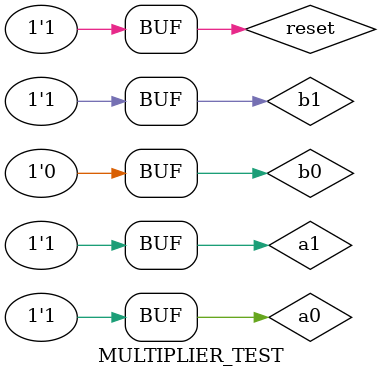
<source format=v>
`timescale 1ns / 1ps

// Create Date: 02.04.2025 00:11:55
// Design Name: 
// Module Name: MULTIPLIER_TEST
// Project Name: 
// Target Devices: 
// Tool Versions: 
// Description: 
// 
// Dependencies: 
// 
// Revision:
// Revision 0.01 - File Created
// Additional Comments:
// 
//////////////////////////////////////////////////////////////////////////////////


module MULTIPLIER_TEST();
reg a0,a1,b0,b1,reset;
wire [3:0]c;
MULTIPLIER m1(a0,a1,b0,b1,reset,c);
initial begin
reset=0;
a0=0;a1=0;b0=1;b1=1;
#10 a0=0;a1=1;b0=1;b1=0;
#10 a0=1;a1=0;b0=0;b1=1;
#10 a0=1;a1=1;b0=0;b1=1;
#10 reset=1;
end
endmodule

</source>
